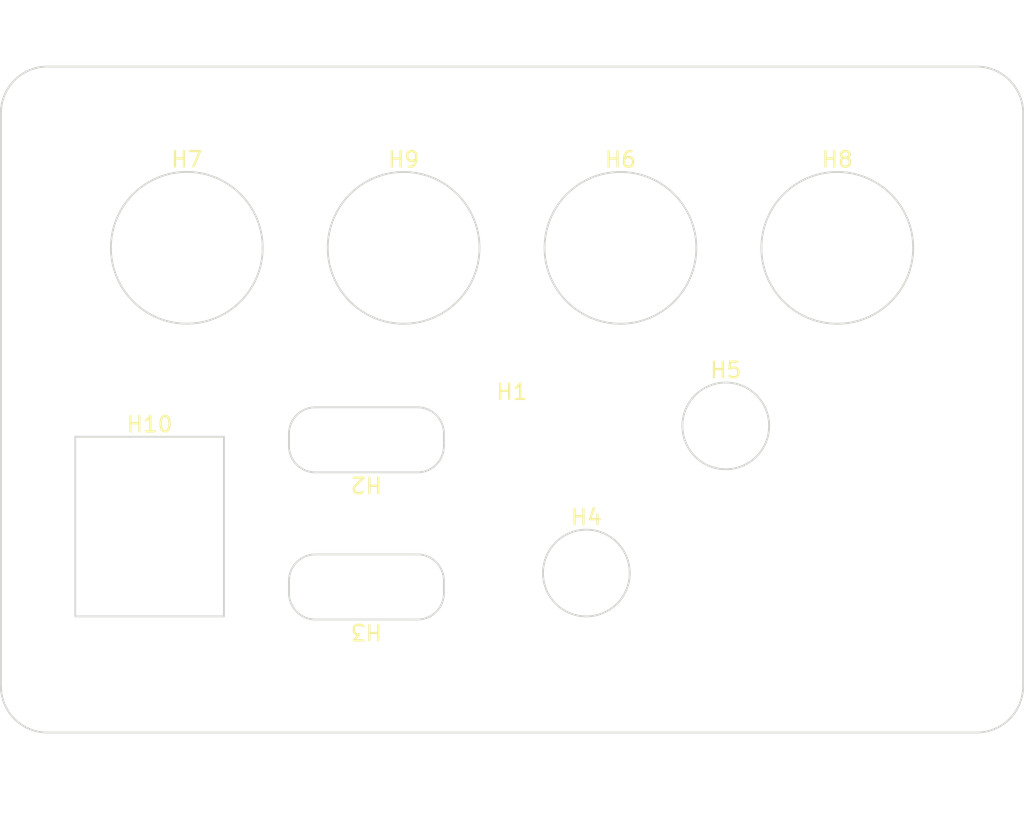
<source format=kicad_pcb>
(kicad_pcb (version 20211014) (generator pcbnew)
  (layers (0 "F.Cu" signal) (31 "B.Cu" signal) (34 "B.Paste" user) (35 "F.Paste" user) (36 "B.SilkS" user "B.Silkscreen") (37 "F.SilkS" user "F.Silkscreen") (38 "B.Mask" user) (39 "F.Mask" user) (44 "Edge.Cuts" user))
  (net 0 "")
  (footprint "FrontPanel-Footprints:PanelCutout_Banana_Jack_4mm_Deltron_571" (layer "F.Cu") (at 114.3 78.805)
    (fp_text reference "H9" (at 0 -5.7 unlocked) (layer "F.SilkS"))
    (fp_text value "SPK_R-")
    (fp_circle (center 0 0) (end 4.9 0) (layer "Edge.Cuts") (width 0.12) (fill none))
  )
  (footprint "FrontPanel-Footprints:PanelCutout_Barrel_Jack" (layer "F.Cu") (at 97.9 95.8)
    (fp_text reference "H10" (at 0 -5.6 unlocked) (layer "F.SilkS"))
    (fp_text value "Power")
    (fp_rect (start -4.8 -4.8) (end 4.8 6.8) (layer "Edge.Cuts") (width 0.12) (fill none))
  )
  (footprint "FrontPanel-Footprints:PanelCutout_USB-C" (layer "F.Cu") (at 111.9 100.7 180)
    (fp_text reference "H3" (at 0 -2.9 180 unlocked) (layer "F.SilkS"))
    (fp_text value "USB2")
    (fp_line (start -5 0.4) (end -5 -0.4) (layer "Edge.Cuts") (width 0.12))
    (fp_line (start 3.3 2.1) (end -3.3 2.1) (layer "Edge.Cuts") (width 0.12))
    (fp_line (start 5 -0.4) (end 5 0.4) (layer "Edge.Cuts") (width 0.12))
    (fp_line (start -3.3 -2.1) (end 3.3 -2.1) (layer "Edge.Cuts") (width 0.12))
    (fp_arc (start -5 -0.4) (mid -4.502082 -1.602082) (end -3.3 -2.1) (layer "Edge.Cuts") (width 0.12))
    (fp_arc (start 5 0.4) (mid 4.502082 1.602082) (end 3.3 2.1) (layer "Edge.Cuts") (width 0.12))
    (fp_arc (start 3.3 -2.1) (mid 4.502082 -1.602082) (end 5 -0.4) (layer "Edge.Cuts") (width 0.12))
    (fp_arc (start -3.3 2.1) (mid -4.502082 1.602082) (end -5 0.4) (layer "Edge.Cuts") (width 0.12))
  )
  (footprint "FrontPanel-Footprints:PanelCutout_Banana_Jack_4mm_Deltron_571" (layer "F.Cu") (at 100.3 78.8)
    (fp_text reference "H7" (at 0 -5.7 unlocked) (layer "F.SilkS"))
    (fp_text value "SPK_L-")
    (fp_circle (center 0 0) (end 4.9 0) (layer "Edge.Cuts") (width 0.12) (fill none))
  )
  (footprint "FrontPanel-Footprints:PanelCutout_USB-C" (layer "F.Cu") (at 111.9 91.2 180)
    (fp_text reference "H2" (at 0 -2.9 180 unlocked) (layer "F.SilkS"))
    (fp_text value "USB1")
    (fp_line (start 3.3 2.1) (end -3.3 2.1) (layer "Edge.Cuts") (width 0.12))
    (fp_line (start -5 0.4) (end -5 -0.4) (layer "Edge.Cuts") (width 0.12))
    (fp_line (start -3.3 -2.1) (end 3.3 -2.1) (layer "Edge.Cuts") (width 0.12))
    (fp_line (start 5 -0.4) (end 5 0.4) (layer "Edge.Cuts") (width 0.12))
    (fp_arc (start 5 0.4) (mid 4.502082 1.602082) (end 3.3 2.1) (layer "Edge.Cuts") (width 0.12))
    (fp_arc (start -3.3 2.1) (mid -4.502082 1.602082) (end -5 0.4) (layer "Edge.Cuts") (width 0.12))
    (fp_arc (start 3.3 -2.1) (mid 4.502082 -1.602082) (end 5 -0.4) (layer "Edge.Cuts") (width 0.12))
    (fp_arc (start -5 -0.4) (mid -4.502082 -1.602082) (end -3.3 -2.1) (layer "Edge.Cuts") (width 0.12))
  )
  (footprint "FrontPanel-Footprints:PanelCutout_Jack_3.5mm_Switchcraft_35RASMT4BHNTRX" (layer "F.Cu") (at 135.1 90.3)
    (fp_text reference "H5" (at 0 -3.6 unlocked) (layer "F.SilkS"))
    (fp_text value "Linein")
    (fp_circle (center 0 0) (end 2.8 0) (layer "Edge.Cuts") (width 0.12) (fill none))
  )
  (footprint "FrontPanel-Footprints:PanelCutout_Banana_Jack_4mm_Deltron_571" (layer "F.Cu") (at 142.3 78.805)
    (fp_text reference "H8" (at 0 -5.7 unlocked) (layer "F.SilkS"))
    (fp_text value "SPK_R+")
    (fp_circle (center 0 0) (end 4.9 0) (layer "Edge.Cuts") (width 0.12) (fill none))
  )
  (footprint "FrontPanel-Footprints:PanelCutout_Jack_3.5mm_Switchcraft_35RASMT4BHNTRX" (layer "F.Cu") (at 126.1 99.8)
    (fp_text reference "H4" (at 0 -3.6 unlocked) (layer "F.SilkS"))
    (fp_text value "Lineout")
    (fp_circle (center 0 0) (end 2.8 0) (layer "Edge.Cuts") (width 0.12) (fill none))
  )
  (footprint "FrontPanel-Footprints:EnclosureEndPlate_66x43mm" (layer "F.Cu") (at 121.3 88.6)
    (fp_text reference "H1" (at 0 -0.5 unlocked) (layer "F.SilkS"))
    (fp_text value "Enclosure")
    (fp_line (start -33 -18.5) (end -33 18.5) (layer "Edge.Cuts") (width 0.12))
    (fp_line (start 33 18.5) (end 33 -18.5) (layer "Edge.Cuts") (width 0.12))
    (fp_line (start 30 -21.5) (end -30 -21.5) (layer "Edge.Cuts") (width 0.12))
    (fp_line (start -30 21.5) (end 30 21.5) (layer "Edge.Cuts") (width 0.12))
    (fp_arc (start -33 -18.5) (mid -32.12132 -20.62132) (end -30 -21.5) (layer "Edge.Cuts") (width 0.12))
    (fp_arc (start 30 -21.5) (mid 32.12132 -20.62132) (end 33 -18.5) (layer "Edge.Cuts") (width 0.12))
    (fp_arc (start -30 21.5) (mid -32.12132 20.62132) (end -33 18.5) (layer "Edge.Cuts") (width 0.12))
    (fp_arc (start 33 18.5) (mid 32.12132 20.62132) (end 30 21.5) (layer "Edge.Cuts") (width 0.12))
  )
  (footprint "FrontPanel-Footprints:PanelCutout_Banana_Jack_4mm_Deltron_571" (layer "F.Cu") (at 128.3 78.805)
    (fp_text reference "H6" (at 0 -5.7 unlocked) (layer "F.SilkS"))
    (fp_text value "SPK_L+")
    (fp_circle (center 0 0) (end 4.9 0) (layer "Edge.Cuts") (width 0.12) (fill none))
  )
)
</source>
